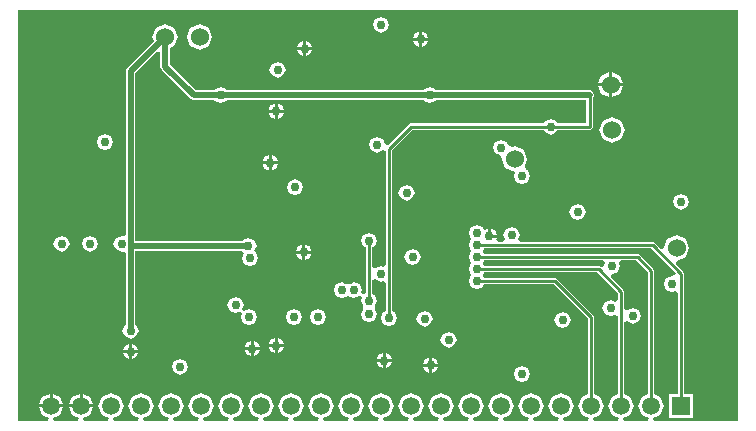
<source format=gbl>
G04 Layer_Physical_Order=4*
G04 Layer_Color=16711680*
%FSLAX43Y43*%
%MOMM*%
G71*
G01*
G75*
%ADD28C,0.254*%
%ADD29C,0.508*%
%ADD30C,0.762*%
%ADD31C,1.524*%
%ADD32R,1.500X1.500*%
%ADD33C,1.500*%
%ADD34C,0.508*%
G36*
X100309Y63513D02*
Y62920D01*
X100055Y62768D01*
X99695Y62917D01*
X99209Y62716D01*
X99008Y62230D01*
X99209Y61744D01*
X99695Y61543D01*
X100055Y61692D01*
X100309Y61540D01*
Y54948D01*
X99816Y54743D01*
X99497Y53975D01*
X99816Y53207D01*
X100413Y52959D01*
X100363Y52705D01*
X98265D01*
X98215Y52959D01*
X98812Y53207D01*
X99131Y53975D01*
X98812Y54743D01*
X98319Y54948D01*
Y61468D01*
X98238Y61662D01*
X98238Y61662D01*
X95190Y64710D01*
X94996Y64791D01*
X94996Y64791D01*
X88965D01*
X88960Y64805D01*
X88885Y65024D01*
X88960Y65243D01*
X88965Y65257D01*
X98565D01*
X100309Y63513D01*
D02*
G37*
G36*
X102849Y65291D02*
Y54948D01*
X102356Y54743D01*
X102037Y53975D01*
X102356Y53207D01*
X102953Y52959D01*
X102903Y52705D01*
X100805D01*
X100755Y52959D01*
X101352Y53207D01*
X101671Y53975D01*
X101352Y54743D01*
X100859Y54948D01*
Y61061D01*
X101113Y61112D01*
X101114Y61109D01*
X101600Y60908D01*
X102086Y61109D01*
X102287Y61595D01*
X102086Y62081D01*
X101600Y62282D01*
X101114Y62081D01*
X101113Y62078D01*
X100859Y62129D01*
Y63627D01*
X100859Y63627D01*
X100778Y63821D01*
X100778Y63821D01*
X99736Y64864D01*
X99849Y65110D01*
X100308Y65300D01*
X100509Y65786D01*
X100413Y66019D01*
X100582Y66273D01*
X101867D01*
X102849Y65291D01*
D02*
G37*
G36*
X110490Y52705D02*
X103345D01*
X103295Y52959D01*
X103892Y53207D01*
X104211Y53975D01*
X103892Y54743D01*
X103399Y54948D01*
Y65405D01*
X103399Y65405D01*
X103318Y65599D01*
X103318Y65599D01*
X102175Y66742D01*
X101981Y66823D01*
X101981Y66823D01*
X88965D01*
X88960Y66837D01*
X88885Y67056D01*
X88960Y67275D01*
X88965Y67289D01*
X103137D01*
X105215Y65211D01*
X105204Y65099D01*
X104932Y64937D01*
X104902Y64949D01*
X104416Y64748D01*
X104215Y64262D01*
X104416Y63776D01*
X104902Y63575D01*
X105135Y63671D01*
X105389Y63501D01*
Y54979D01*
X104660D01*
Y52971D01*
X106668D01*
Y54979D01*
X105939D01*
Y65151D01*
X105939Y65151D01*
X105858Y65345D01*
X105858Y65345D01*
X105228Y65976D01*
X105332Y66231D01*
X106061Y66532D01*
X106383Y67310D01*
X106061Y68088D01*
X105283Y68410D01*
X104505Y68088D01*
X104204Y67359D01*
X103949Y67255D01*
X103445Y67758D01*
X103251Y67839D01*
X103251Y67839D01*
X92003D01*
X91851Y68093D01*
X92000Y68453D01*
X91799Y68939D01*
X91313Y69140D01*
X90827Y68939D01*
X90626Y68453D01*
X90775Y68093D01*
X90623Y67839D01*
X90169D01*
X89999Y68093D01*
X90043Y68199D01*
X89408D01*
Y68326D01*
X89281D01*
Y68961D01*
X88974Y68834D01*
X88878Y69066D01*
X88392Y69267D01*
X87906Y69066D01*
X87705Y68580D01*
X87824Y68291D01*
X87899Y68072D01*
X87824Y67853D01*
X87705Y67564D01*
X87824Y67275D01*
X87899Y67056D01*
X87824Y66837D01*
X87705Y66548D01*
X87824Y66259D01*
X87899Y66040D01*
X87824Y65821D01*
X87705Y65532D01*
X87824Y65243D01*
X87899Y65024D01*
X87824Y64805D01*
X87705Y64516D01*
X87906Y64030D01*
X88392Y63829D01*
X88878Y64030D01*
X88965Y64241D01*
X94882D01*
X97769Y61354D01*
Y54948D01*
X97276Y54743D01*
X96957Y53975D01*
X97276Y53207D01*
X97873Y52959D01*
X97823Y52705D01*
X95725D01*
X95675Y52959D01*
X96272Y53207D01*
X96591Y53975D01*
X96272Y54743D01*
X95504Y55062D01*
X94736Y54743D01*
X94417Y53975D01*
X94736Y53207D01*
X95333Y52959D01*
X95283Y52705D01*
X93185D01*
X93135Y52959D01*
X93732Y53207D01*
X94051Y53975D01*
X93732Y54743D01*
X92964Y55062D01*
X92196Y54743D01*
X91877Y53975D01*
X92196Y53207D01*
X92793Y52959D01*
X92743Y52705D01*
X90645D01*
X90595Y52959D01*
X91192Y53207D01*
X91511Y53975D01*
X91192Y54743D01*
X90424Y55062D01*
X89656Y54743D01*
X89337Y53975D01*
X89656Y53207D01*
X90253Y52959D01*
X90203Y52705D01*
X88105D01*
X88055Y52959D01*
X88652Y53207D01*
X88971Y53975D01*
X88652Y54743D01*
X87884Y55062D01*
X87116Y54743D01*
X86797Y53975D01*
X87116Y53207D01*
X87713Y52959D01*
X87663Y52705D01*
X85565D01*
X85515Y52959D01*
X86112Y53207D01*
X86431Y53975D01*
X86112Y54743D01*
X85344Y55062D01*
X84576Y54743D01*
X84257Y53975D01*
X84576Y53207D01*
X85173Y52959D01*
X85123Y52705D01*
X83025D01*
X82975Y52959D01*
X83572Y53207D01*
X83891Y53975D01*
X83572Y54743D01*
X82804Y55062D01*
X82036Y54743D01*
X81717Y53975D01*
X82036Y53207D01*
X82633Y52959D01*
X82583Y52705D01*
X80485D01*
X80435Y52959D01*
X81032Y53207D01*
X81351Y53975D01*
X81032Y54743D01*
X80264Y55062D01*
X79496Y54743D01*
X79177Y53975D01*
X79496Y53207D01*
X80093Y52959D01*
X80043Y52705D01*
X77945D01*
X77895Y52959D01*
X78492Y53207D01*
X78811Y53975D01*
X78492Y54743D01*
X77724Y55062D01*
X76956Y54743D01*
X76637Y53975D01*
X76956Y53207D01*
X77553Y52959D01*
X77503Y52705D01*
X75405D01*
X75355Y52959D01*
X75952Y53207D01*
X76271Y53975D01*
X75952Y54743D01*
X75184Y55062D01*
X74416Y54743D01*
X74097Y53975D01*
X74416Y53207D01*
X75013Y52959D01*
X74963Y52705D01*
X72865D01*
X72815Y52959D01*
X73412Y53207D01*
X73731Y53975D01*
X73412Y54743D01*
X72644Y55062D01*
X71876Y54743D01*
X71557Y53975D01*
X71876Y53207D01*
X72473Y52959D01*
X72423Y52705D01*
X70325D01*
X70275Y52959D01*
X70872Y53207D01*
X71191Y53975D01*
X70872Y54743D01*
X70104Y55062D01*
X69336Y54743D01*
X69017Y53975D01*
X69336Y53207D01*
X69933Y52959D01*
X69883Y52705D01*
X67785D01*
X67735Y52959D01*
X68332Y53207D01*
X68651Y53975D01*
X68332Y54743D01*
X67564Y55062D01*
X66796Y54743D01*
X66477Y53975D01*
X66796Y53207D01*
X67393Y52959D01*
X67343Y52705D01*
X65245D01*
X65195Y52959D01*
X65792Y53207D01*
X66111Y53975D01*
X65792Y54743D01*
X65024Y55062D01*
X64256Y54743D01*
X63937Y53975D01*
X64256Y53207D01*
X64853Y52959D01*
X64803Y52705D01*
X62705D01*
X62655Y52959D01*
X63252Y53207D01*
X63571Y53975D01*
X63252Y54743D01*
X62484Y55062D01*
X61716Y54743D01*
X61397Y53975D01*
X61716Y53207D01*
X62313Y52959D01*
X62263Y52705D01*
X60165D01*
X60115Y52959D01*
X60712Y53207D01*
X61031Y53975D01*
X60712Y54743D01*
X59944Y55062D01*
X59176Y54743D01*
X58857Y53975D01*
X59176Y53207D01*
X59773Y52959D01*
X59723Y52705D01*
X57625D01*
X57575Y52959D01*
X58172Y53207D01*
X58491Y53975D01*
X58172Y54743D01*
X57404Y55062D01*
X56636Y54743D01*
X56317Y53975D01*
X56636Y53207D01*
X57233Y52959D01*
X57183Y52705D01*
X55085D01*
X55035Y52959D01*
X55632Y53207D01*
X55898Y53848D01*
X54864D01*
X53830D01*
X54096Y53207D01*
X54693Y52959D01*
X54643Y52705D01*
X52545D01*
X52495Y52959D01*
X53092Y53207D01*
X53358Y53848D01*
X52324D01*
X51290D01*
X51556Y53207D01*
X52153Y52959D01*
X52103Y52705D01*
X49530D01*
Y87503D01*
X110490D01*
Y52705D01*
D02*
G37*
G36*
X99210Y66050D02*
X99129Y65805D01*
X98900Y65700D01*
X98873Y65726D01*
X98679Y65807D01*
X98679Y65807D01*
X88965D01*
X88960Y65821D01*
X88885Y66040D01*
X88960Y66259D01*
X88965Y66273D01*
X99062D01*
X99210Y66050D01*
D02*
G37*
%LPC*%
G36*
X69215Y59436D02*
X68856Y59287D01*
X68707Y58928D01*
X69215D01*
Y59436D01*
D02*
G37*
G36*
X69469D02*
Y58928D01*
X69977D01*
X69828Y59287D01*
X69469Y59436D01*
D02*
G37*
G36*
X71247Y59690D02*
X70888Y59541D01*
X70739Y59182D01*
X71247D01*
Y59690D01*
D02*
G37*
G36*
X85979Y60250D02*
X85493Y60049D01*
X85292Y59563D01*
X85493Y59077D01*
X85979Y58876D01*
X86465Y59077D01*
X86666Y59563D01*
X86465Y60049D01*
X85979Y60250D01*
D02*
G37*
G36*
X72009Y58928D02*
X71501D01*
Y58420D01*
X71860Y58569D01*
X72009Y58928D01*
D02*
G37*
G36*
X58928Y59182D02*
X58569Y59033D01*
X58420Y58674D01*
X58928D01*
Y59182D01*
D02*
G37*
G36*
X59182D02*
Y58674D01*
X59690D01*
X59541Y59033D01*
X59182Y59182D01*
D02*
G37*
G36*
X72898Y62155D02*
X72412Y61954D01*
X72211Y61468D01*
X72412Y60982D01*
X72898Y60781D01*
X73384Y60982D01*
X73585Y61468D01*
X73384Y61954D01*
X72898Y62155D01*
D02*
G37*
G36*
X74930D02*
X74444Y61954D01*
X74243Y61468D01*
X74444Y60982D01*
X74930Y60781D01*
X75416Y60982D01*
X75617Y61468D01*
X75416Y61954D01*
X74930Y62155D01*
D02*
G37*
G36*
X82931Y67235D02*
X82445Y67034D01*
X82244Y66548D01*
X82445Y66062D01*
X82931Y65861D01*
X83417Y66062D01*
X83618Y66548D01*
X83417Y67034D01*
X82931Y67235D01*
D02*
G37*
G36*
X67945Y63171D02*
X67459Y62970D01*
X67258Y62484D01*
X67459Y61998D01*
X67945Y61797D01*
X68328Y61955D01*
X68522Y61761D01*
X68401Y61468D01*
X68602Y60982D01*
X69088Y60781D01*
X69574Y60982D01*
X69775Y61468D01*
X69574Y61954D01*
X69088Y62155D01*
X68705Y61997D01*
X68511Y62191D01*
X68632Y62484D01*
X68431Y62970D01*
X67945Y63171D01*
D02*
G37*
G36*
X71501Y59690D02*
Y59182D01*
X72009D01*
X71860Y59541D01*
X71501Y59690D01*
D02*
G37*
G36*
X95631Y61901D02*
X95145Y61700D01*
X94944Y61214D01*
X95145Y60728D01*
X95631Y60527D01*
X96117Y60728D01*
X96318Y61214D01*
X96117Y61700D01*
X95631Y61901D01*
D02*
G37*
G36*
X83947Y62028D02*
X83461Y61827D01*
X83260Y61341D01*
X83461Y60855D01*
X83947Y60654D01*
X84433Y60855D01*
X84634Y61341D01*
X84433Y61827D01*
X83947Y62028D01*
D02*
G37*
G36*
X71247Y58928D02*
X70739D01*
X70888Y58569D01*
X71247Y58420D01*
Y58928D01*
D02*
G37*
G36*
X84328Y57277D02*
X83820D01*
X83969Y56918D01*
X84328Y56769D01*
Y57277D01*
D02*
G37*
G36*
X63246Y57964D02*
X62760Y57763D01*
X62559Y57277D01*
X62760Y56791D01*
X63246Y56590D01*
X63732Y56791D01*
X63933Y57277D01*
X63732Y57763D01*
X63246Y57964D01*
D02*
G37*
G36*
X80391Y57658D02*
X79883D01*
X80032Y57299D01*
X80391Y57150D01*
Y57658D01*
D02*
G37*
G36*
X85090Y57277D02*
X84582D01*
Y56769D01*
X84941Y56918D01*
X85090Y57277D01*
D02*
G37*
G36*
X92202Y57329D02*
X91716Y57128D01*
X91515Y56642D01*
X91716Y56156D01*
X92202Y55955D01*
X92688Y56156D01*
X92889Y56642D01*
X92688Y57128D01*
X92202Y57329D01*
D02*
G37*
G36*
X54737Y55009D02*
X54096Y54743D01*
X53830Y54102D01*
X54737D01*
Y55009D01*
D02*
G37*
G36*
X52197D02*
X51556Y54743D01*
X51290Y54102D01*
X52197D01*
Y55009D01*
D02*
G37*
G36*
X54991D02*
Y54102D01*
X55898D01*
X55632Y54743D01*
X54991Y55009D01*
D02*
G37*
G36*
X52451D02*
Y54102D01*
X53358D01*
X53092Y54743D01*
X52451Y55009D01*
D02*
G37*
G36*
X59690Y58420D02*
X59182D01*
Y57912D01*
X59541Y58061D01*
X59690Y58420D01*
D02*
G37*
G36*
X58928D02*
X58420D01*
X58569Y58061D01*
X58928Y57912D01*
Y58420D01*
D02*
G37*
G36*
X69977Y58674D02*
X69469D01*
Y58166D01*
X69828Y58315D01*
X69977Y58674D01*
D02*
G37*
G36*
X69215D02*
X68707D01*
X68856Y58315D01*
X69215Y58166D01*
Y58674D01*
D02*
G37*
G36*
X80645Y58420D02*
Y57912D01*
X81153D01*
X81004Y58271D01*
X80645Y58420D01*
D02*
G37*
G36*
X84328Y58039D02*
X83969Y57890D01*
X83820Y57531D01*
X84328D01*
Y58039D01*
D02*
G37*
G36*
X81153Y57658D02*
X80645D01*
Y57150D01*
X81004Y57299D01*
X81153Y57658D01*
D02*
G37*
G36*
X80391Y58420D02*
X80032Y58271D01*
X79883Y57912D01*
X80391D01*
Y58420D01*
D02*
G37*
G36*
X84582Y58039D02*
Y57531D01*
X85090D01*
X84941Y57890D01*
X84582Y58039D01*
D02*
G37*
G36*
X73603Y66859D02*
X73095D01*
X73244Y66500D01*
X73603Y66351D01*
Y66859D01*
D02*
G37*
G36*
X99822Y82200D02*
Y81280D01*
X100742D01*
X100473Y81931D01*
X99822Y82200D01*
D02*
G37*
G36*
X99568D02*
X98917Y81931D01*
X98648Y81280D01*
X99568D01*
Y82200D01*
D02*
G37*
G36*
X73660Y84074D02*
X73152D01*
X73301Y83715D01*
X73660Y83566D01*
Y84074D01*
D02*
G37*
G36*
X71501Y83110D02*
X71015Y82909D01*
X70814Y82423D01*
X71015Y81937D01*
X71501Y81736D01*
X71987Y81937D01*
X72188Y82423D01*
X71987Y82909D01*
X71501Y83110D01*
D02*
G37*
G36*
X100742Y81026D02*
X99822D01*
Y80106D01*
X100473Y80375D01*
X100742Y81026D01*
D02*
G37*
G36*
X71247Y79551D02*
X70888Y79402D01*
X70739Y79043D01*
X71247D01*
Y79551D01*
D02*
G37*
G36*
X72009Y78789D02*
X71501D01*
Y78281D01*
X71860Y78430D01*
X72009Y78789D01*
D02*
G37*
G36*
X99568Y81026D02*
X98648D01*
X98917Y80375D01*
X99568Y80106D01*
Y81026D01*
D02*
G37*
G36*
X71501Y79551D02*
Y79043D01*
X72009D01*
X71860Y79402D01*
X71501Y79551D01*
D02*
G37*
G36*
X83488Y85647D02*
X83129Y85498D01*
X82980Y85139D01*
X83488D01*
Y85647D01*
D02*
G37*
G36*
X84250Y84885D02*
X83742D01*
Y84377D01*
X84101Y84526D01*
X84250Y84885D01*
D02*
G37*
G36*
X80264Y86920D02*
X79778Y86719D01*
X79577Y86233D01*
X79778Y85747D01*
X80264Y85546D01*
X80750Y85747D01*
X80951Y86233D01*
X80750Y86719D01*
X80264Y86920D01*
D02*
G37*
G36*
X83742Y85647D02*
Y85139D01*
X84250D01*
X84101Y85498D01*
X83742Y85647D01*
D02*
G37*
G36*
X83488Y84885D02*
X82980D01*
X83129Y84526D01*
X83488Y84377D01*
Y84885D01*
D02*
G37*
G36*
X64897Y86317D02*
X64119Y85995D01*
X63797Y85217D01*
X64119Y84439D01*
X64897Y84117D01*
X65675Y84439D01*
X65997Y85217D01*
X65675Y85995D01*
X64897Y86317D01*
D02*
G37*
G36*
X74422Y84074D02*
X73914D01*
Y83566D01*
X74273Y83715D01*
X74422Y84074D01*
D02*
G37*
G36*
X73914Y84836D02*
Y84328D01*
X74422D01*
X74273Y84687D01*
X73914Y84836D01*
D02*
G37*
G36*
X73660D02*
X73301Y84687D01*
X73152Y84328D01*
X73660D01*
Y84836D01*
D02*
G37*
G36*
X71247Y78789D02*
X70739D01*
X70888Y78430D01*
X71247Y78281D01*
Y78789D01*
D02*
G37*
G36*
X96901Y71045D02*
X96415Y70844D01*
X96214Y70358D01*
X96415Y69872D01*
X96901Y69671D01*
X97387Y69872D01*
X97588Y70358D01*
X97387Y70844D01*
X96901Y71045D01*
D02*
G37*
G36*
X89535Y68961D02*
Y68453D01*
X90043D01*
X89894Y68812D01*
X89535Y68961D01*
D02*
G37*
G36*
X82423Y72696D02*
X81937Y72495D01*
X81736Y72009D01*
X81937Y71523D01*
X82423Y71322D01*
X82909Y71523D01*
X83110Y72009D01*
X82909Y72495D01*
X82423Y72696D01*
D02*
G37*
G36*
X105664Y71934D02*
X105178Y71733D01*
X104977Y71247D01*
X105178Y70761D01*
X105664Y70560D01*
X106150Y70761D01*
X106351Y71247D01*
X106150Y71733D01*
X105664Y71934D01*
D02*
G37*
G36*
X73857Y67621D02*
Y67113D01*
X74365D01*
X74216Y67472D01*
X73857Y67621D01*
D02*
G37*
G36*
X53213Y68378D02*
X52727Y68177D01*
X52526Y67691D01*
X52727Y67205D01*
X53213Y67004D01*
X53699Y67205D01*
X53900Y67691D01*
X53699Y68177D01*
X53213Y68378D01*
D02*
G37*
G36*
X74365Y66859D02*
X73857D01*
Y66351D01*
X74216Y66500D01*
X74365Y66859D01*
D02*
G37*
G36*
X73603Y67621D02*
X73244Y67472D01*
X73095Y67113D01*
X73603D01*
Y67621D01*
D02*
G37*
G36*
X55626Y68378D02*
X55140Y68177D01*
X54939Y67691D01*
X55140Y67205D01*
X55626Y67004D01*
X56112Y67205D01*
X56313Y67691D01*
X56112Y68177D01*
X55626Y68378D01*
D02*
G37*
G36*
X56911Y76999D02*
X56425Y76798D01*
X56224Y76312D01*
X56425Y75826D01*
X56911Y75625D01*
X57397Y75826D01*
X57598Y76312D01*
X57397Y76798D01*
X56911Y76999D01*
D02*
G37*
G36*
X71006Y75171D02*
Y74663D01*
X71514D01*
X71365Y75022D01*
X71006Y75171D01*
D02*
G37*
G36*
X61976Y86317D02*
X61198Y85995D01*
X60876Y85217D01*
X61028Y84852D01*
X58763Y82588D01*
X58643Y82296D01*
Y68462D01*
X58431Y68321D01*
X58293Y68378D01*
X57807Y68177D01*
X57606Y67691D01*
X57807Y67205D01*
X58293Y67004D01*
X58431Y67061D01*
X58643Y66920D01*
Y60841D01*
X58569Y60811D01*
X58368Y60325D01*
X58569Y59839D01*
X59055Y59638D01*
X59541Y59839D01*
X59742Y60325D01*
X59541Y60811D01*
X59467Y60841D01*
Y67101D01*
X68468D01*
X68643Y66897D01*
X68477Y66497D01*
X68678Y66011D01*
X69164Y65810D01*
X69650Y66011D01*
X69852Y66497D01*
X69650Y66983D01*
X69526Y67035D01*
X69725Y67513D01*
X69523Y67999D01*
X69037Y68201D01*
X68551Y67999D01*
X68521Y67926D01*
X59467D01*
Y82125D01*
X61329Y83987D01*
X61564Y83890D01*
Y82677D01*
X61684Y82385D01*
X64097Y79972D01*
X64389Y79852D01*
X66159D01*
X66189Y79778D01*
X66675Y79577D01*
X67161Y79778D01*
X67191Y79852D01*
X83862D01*
X83893Y79778D01*
X84379Y79577D01*
X84865Y79778D01*
X84895Y79852D01*
X97642D01*
Y77872D01*
X95188D01*
X95101Y78083D01*
X94615Y78284D01*
X94129Y78083D01*
X94042Y77872D01*
X82804D01*
X82804Y77872D01*
X82610Y77791D01*
X82610Y77791D01*
X80856Y76038D01*
X80595Y76136D01*
X80420Y76559D01*
X79934Y76760D01*
X79448Y76559D01*
X79246Y76073D01*
X79448Y75587D01*
X79934Y75386D01*
X80420Y75587D01*
X80671Y75530D01*
Y65898D01*
X80460Y65757D01*
X80264Y65838D01*
X79778Y65637D01*
X79777Y65634D01*
X79523Y65685D01*
Y67372D01*
X79734Y67459D01*
X79935Y67945D01*
X79734Y68431D01*
X79248Y68632D01*
X78762Y68431D01*
X78561Y67945D01*
X78762Y67459D01*
X78973Y67372D01*
Y63488D01*
X78791Y63393D01*
X78784Y63396D01*
X78570Y63525D01*
X78665Y63754D01*
X78464Y64240D01*
X77978Y64441D01*
X77689Y64322D01*
X77470Y64247D01*
X77251Y64322D01*
X76962Y64441D01*
X76476Y64240D01*
X76275Y63754D01*
X76476Y63268D01*
X76962Y63067D01*
X77251Y63186D01*
X77470Y63261D01*
X77689Y63186D01*
X77978Y63067D01*
X78425Y63252D01*
X78450Y63262D01*
X78678Y63152D01*
X78674Y63140D01*
X78679Y63151D01*
Y63151D01*
X78670Y63128D01*
X78561Y62865D01*
X78725Y62468D01*
X78750Y62293D01*
X78725Y62119D01*
X78561Y61722D01*
X78762Y61236D01*
X79248Y61035D01*
X79734Y61236D01*
X79935Y61722D01*
X79771Y62119D01*
X79746Y62293D01*
X79771Y62468D01*
X79935Y62865D01*
X79734Y63351D01*
X79523Y63438D01*
Y64617D01*
X79777Y64668D01*
X79778Y64665D01*
X80264Y64464D01*
X80460Y64545D01*
X80671Y64404D01*
Y61961D01*
X80460Y61874D01*
X80259Y61388D01*
X80460Y60902D01*
X80946Y60701D01*
X81432Y60902D01*
X81633Y61388D01*
X81432Y61874D01*
X81221Y61961D01*
Y75625D01*
X82918Y77322D01*
X94042D01*
X94129Y77111D01*
X94615Y76910D01*
X95101Y77111D01*
X95188Y77322D01*
X97917D01*
X98111Y77403D01*
X98192Y77597D01*
Y79965D01*
X98209Y79972D01*
X98329Y80264D01*
X98209Y80556D01*
X97917Y80676D01*
X84895D01*
X84865Y80750D01*
X84379Y80951D01*
X83893Y80750D01*
X83862Y80676D01*
X67191D01*
X67161Y80750D01*
X66675Y80951D01*
X66189Y80750D01*
X66159Y80676D01*
X64560D01*
X62388Y82848D01*
Y84288D01*
X62754Y84439D01*
X63076Y85217D01*
X62754Y85995D01*
X61976Y86317D01*
D02*
G37*
G36*
X99822Y78443D02*
X99044Y78121D01*
X98722Y77343D01*
X99044Y76565D01*
X99822Y76243D01*
X100600Y76565D01*
X100922Y77343D01*
X100600Y78121D01*
X99822Y78443D01*
D02*
G37*
G36*
X70752Y75171D02*
X70393Y75022D01*
X70244Y74663D01*
X70752D01*
Y75171D01*
D02*
G37*
G36*
X90424Y76506D02*
X89938Y76305D01*
X89737Y75819D01*
X89938Y75333D01*
X90315Y75177D01*
X90474Y74897D01*
X90467Y74881D01*
X90789Y74103D01*
X91567Y73781D01*
X91640Y73708D01*
X91515Y73406D01*
X91716Y72920D01*
X92202Y72719D01*
X92688Y72920D01*
X92889Y73406D01*
X92688Y73892D01*
X92530Y73957D01*
X92417Y74279D01*
X92667Y74881D01*
X92345Y75659D01*
X91567Y75981D01*
X91346Y75889D01*
X91024Y76031D01*
X90910Y76305D01*
X90424Y76506D01*
D02*
G37*
G36*
X72974Y73154D02*
X72488Y72952D01*
X72287Y72466D01*
X72488Y71980D01*
X72974Y71779D01*
X73460Y71980D01*
X73662Y72466D01*
X73460Y72952D01*
X72974Y73154D01*
D02*
G37*
G36*
X71514Y74409D02*
X71006D01*
Y73901D01*
X71365Y74050D01*
X71514Y74409D01*
D02*
G37*
G36*
X70752D02*
X70244D01*
X70393Y74050D01*
X70752Y73901D01*
Y74409D01*
D02*
G37*
%LPD*%
D28*
X82804Y77597D02*
X94615D01*
X80946Y75739D02*
X82804Y77597D01*
X80946Y61388D02*
Y75739D01*
X94615Y77597D02*
X97917D01*
Y80264D01*
X94996Y64516D02*
X98044Y61468D01*
Y53975D02*
Y61468D01*
X88392Y64516D02*
X94996D01*
X88392Y66548D02*
X101981D01*
X103124Y65405D01*
Y53975D02*
Y65405D01*
X103251Y67564D02*
X105664Y65151D01*
Y53975D02*
Y65151D01*
X88392Y65532D02*
X98679D01*
X100584Y63627D01*
Y53975D02*
Y63627D01*
X88392Y67564D02*
X103251D01*
X79248Y62865D02*
Y67945D01*
D29*
X59055Y82296D02*
X61976Y85217D01*
X64389Y80264D02*
X66675D01*
X61976Y82677D02*
X64389Y80264D01*
X61976Y82677D02*
Y85217D01*
X59131Y67513D02*
X69037D01*
X59055Y67437D02*
X59131Y67513D01*
X59055Y60325D02*
Y67437D01*
Y82296D01*
X66675Y80264D02*
X84379D01*
X97917D01*
D30*
X69342Y58801D02*
D03*
X73787Y84201D02*
D03*
X92202Y56642D02*
D03*
X94615Y77597D02*
D03*
X88392Y68580D02*
D03*
X71501Y82423D02*
D03*
X72974Y72466D02*
D03*
X104902Y64262D02*
D03*
X72898Y61468D02*
D03*
X74930D02*
D03*
X95631Y61214D02*
D03*
X80946Y61388D02*
D03*
X101600Y61595D02*
D03*
X83947Y61341D02*
D03*
X88392Y64516D02*
D03*
Y65532D02*
D03*
Y66548D02*
D03*
X79934Y76073D02*
D03*
X80264Y86233D02*
D03*
X82423Y72009D02*
D03*
X56911Y76312D02*
D03*
X105664Y71247D02*
D03*
X53213Y67691D02*
D03*
X55626D02*
D03*
X58293D02*
D03*
X67945Y62484D02*
D03*
X69088Y61468D02*
D03*
X63246Y57277D02*
D03*
X59055Y60325D02*
D03*
X66675Y80264D02*
D03*
X69037Y67513D02*
D03*
X69164Y66497D02*
D03*
X84379Y80264D02*
D03*
X90424Y75819D02*
D03*
X80264Y65151D02*
D03*
X85979Y59563D02*
D03*
X82931Y66548D02*
D03*
X70879Y74536D02*
D03*
X83615Y85012D02*
D03*
X71374Y59055D02*
D03*
X80518Y57785D02*
D03*
X59055Y58547D02*
D03*
X73730Y66986D02*
D03*
X84455Y57404D02*
D03*
X88392Y67564D02*
D03*
X79248Y62865D02*
D03*
X76962Y63754D02*
D03*
X77978D02*
D03*
X79248Y61722D02*
D03*
X99822Y65786D02*
D03*
X99695Y62230D02*
D03*
X92202Y73406D02*
D03*
X91313Y68453D02*
D03*
X79248Y67945D02*
D03*
X96901Y70358D02*
D03*
X89408Y68326D02*
D03*
X71374Y78916D02*
D03*
D31*
X105283Y67310D02*
D03*
X61976Y85217D02*
D03*
X64897D02*
D03*
X99822Y77343D02*
D03*
X99695Y81153D02*
D03*
X91567Y74881D02*
D03*
D32*
X105664Y53975D02*
D03*
D33*
X103124D02*
D03*
X100584D02*
D03*
X98044D02*
D03*
X95504D02*
D03*
X92964D02*
D03*
X90424D02*
D03*
X87884D02*
D03*
X85344D02*
D03*
X82804D02*
D03*
X80264D02*
D03*
X77724D02*
D03*
X75184D02*
D03*
X72644D02*
D03*
X70104D02*
D03*
X67564D02*
D03*
X65024D02*
D03*
X62484D02*
D03*
X59944D02*
D03*
X57404D02*
D03*
X54864D02*
D03*
X52324D02*
D03*
D34*
X109347Y83566D02*
D03*
X108458Y78232D02*
D03*
X109347Y76454D02*
D03*
X108458Y74676D02*
D03*
X109347Y72898D02*
D03*
X108458Y67564D02*
D03*
X109347Y62230D02*
D03*
X108458Y56896D02*
D03*
X109347Y55118D02*
D03*
X108458Y53340D02*
D03*
X106680Y85344D02*
D03*
X107569Y76454D02*
D03*
Y72898D02*
D03*
Y62230D02*
D03*
X106680Y56896D02*
D03*
X107569Y55118D02*
D03*
X104902Y78232D02*
D03*
X105791Y72898D02*
D03*
Y69342D02*
D03*
X104013Y83566D02*
D03*
Y72898D02*
D03*
Y62230D02*
D03*
Y58674D02*
D03*
X101346Y85344D02*
D03*
X102235Y83566D02*
D03*
X101346Y81788D02*
D03*
X99568Y85344D02*
D03*
X100457Y83566D02*
D03*
X99568Y56896D02*
D03*
X97790Y85344D02*
D03*
X98679Y83566D02*
D03*
X96012Y85344D02*
D03*
X96901Y83566D02*
D03*
X96012Y56896D02*
D03*
X96901Y55118D02*
D03*
X94234Y85344D02*
D03*
X95123Y83566D02*
D03*
Y58674D02*
D03*
X94234Y56896D02*
D03*
X92456Y85344D02*
D03*
X93345Y58674D02*
D03*
X90678Y85344D02*
D03*
Y56896D02*
D03*
X88900Y85344D02*
D03*
Y81788D02*
D03*
X87122Y85344D02*
D03*
Y56896D02*
D03*
X83566Y81788D02*
D03*
X84455Y76454D02*
D03*
X83566Y67564D02*
D03*
X81788D02*
D03*
X79121Y69342D02*
D03*
X77343Y83566D02*
D03*
Y72898D02*
D03*
X76454Y67564D02*
D03*
X75565Y83566D02*
D03*
Y72898D02*
D03*
X72898Y81788D02*
D03*
Y78232D02*
D03*
X73787Y65786D02*
D03*
X69342Y74676D02*
D03*
Y71120D02*
D03*
X65786Y74676D02*
D03*
X64008Y71120D02*
D03*
X62230Y74676D02*
D03*
X60452Y81788D02*
D03*
Y74676D02*
D03*
X61341Y55118D02*
D03*
X57785Y83566D02*
D03*
X56896Y78232D02*
D03*
X55118Y85344D02*
D03*
X56007Y72898D02*
D03*
X53340Y78232D02*
D03*
X54229Y76454D02*
D03*
X52451Y83566D02*
D03*
Y72898D02*
D03*
X50673Y83566D02*
D03*
Y80010D02*
D03*
Y55118D02*
D03*
M02*

</source>
